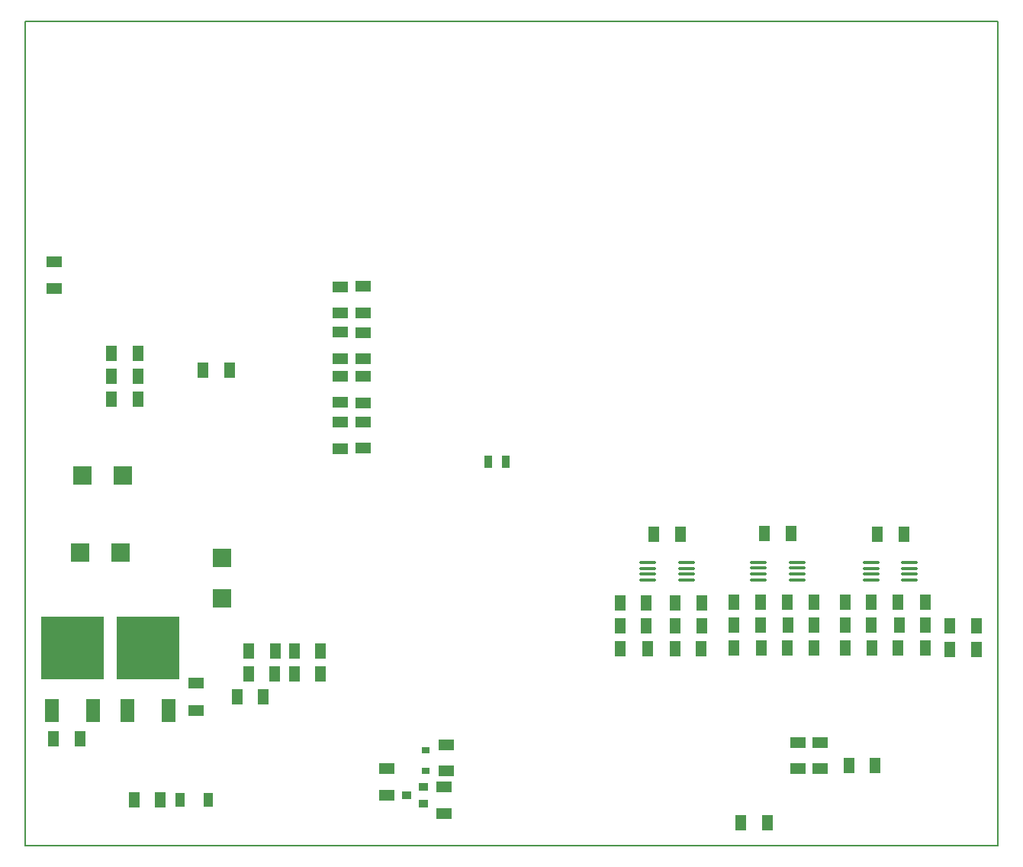
<source format=gbr>
G04 PROTEUS GERBER X2 FILE*
%TF.GenerationSoftware,Labcenter,Proteus,8.7-SP3-Build25561*%
%TF.CreationDate,2021-07-06T20:34:18+00:00*%
%TF.FileFunction,Paste,Bot*%
%TF.FilePolarity,Positive*%
%TF.Part,Single*%
%TF.SameCoordinates,{87e03e06-012a-4b1c-b44b-99ac6d4646d0}*%
%FSLAX45Y45*%
%MOMM*%
G01*
%TA.AperFunction,Material*%
%ADD95R,1.803400X1.143000*%
%TA.AperFunction,Material*%
%ADD92R,6.985000X6.985000*%
%ADD93R,1.524000X2.540000*%
%TA.AperFunction,Material*%
%ADD100R,1.143000X1.803400*%
%AMPPAD074*
4,1,36,
0.901700,-0.025400,
0.901700,0.025400,
0.898160,0.061750,
0.887980,0.095370,
0.871810,0.125600,
0.850300,0.151800,
0.824110,0.173310,
0.793870,0.189480,
0.760250,0.199660,
0.723900,0.203200,
-0.723900,0.203200,
-0.760250,0.199660,
-0.793870,0.189480,
-0.824110,0.173310,
-0.850300,0.151800,
-0.871810,0.125600,
-0.887980,0.095370,
-0.898160,0.061750,
-0.901700,0.025400,
-0.901700,-0.025400,
-0.898160,-0.061750,
-0.887980,-0.095370,
-0.871810,-0.125600,
-0.850300,-0.151800,
-0.824110,-0.173310,
-0.793870,-0.189480,
-0.760250,-0.199660,
-0.723900,-0.203200,
0.723900,-0.203200,
0.760250,-0.199660,
0.793870,-0.189480,
0.824110,-0.173310,
0.850300,-0.151800,
0.871810,-0.125600,
0.887980,-0.095370,
0.898160,-0.061750,
0.901700,-0.025400,
0*%
%TA.AperFunction,Material*%
%ADD84PPAD074*%
%TA.AperFunction,Material*%
%ADD108R,1.016000X1.524000*%
%ADD109R,0.939800X1.447800*%
%TA.AperFunction,Material*%
%ADD105R,1.016000X0.889000*%
%TA.AperFunction,Material*%
%ADD110R,2.108200X2.108200*%
%ADD103R,0.889000X0.635000*%
%TA.AperFunction,Profile*%
%ADD38C,0.203200*%
%TD.AperFunction*%
D95*
X+2413000Y-716000D03*
X+2413000Y-1016000D03*
X+2413000Y-218000D03*
X+2413000Y-508000D03*
X+2667000Y-208000D03*
X+2667000Y-508000D03*
X+2667000Y-726000D03*
X+2667000Y-1016000D03*
D92*
X-553200Y-4224020D03*
D93*
X-324600Y-4914900D03*
X-781800Y-4914900D03*
D92*
X+285000Y-4224020D03*
D93*
X+513600Y-4914900D03*
X+56400Y-4914900D03*
D100*
X+173000Y-1460500D03*
X-127000Y-1460500D03*
X+173000Y-952500D03*
X-127000Y-952500D03*
X+173000Y-1206500D03*
X-127000Y-1206500D03*
X+889000Y-1143000D03*
X+1189000Y-1143000D03*
X-469100Y-5232400D03*
X-769100Y-5232400D03*
D95*
X+818400Y-4914900D03*
X+818400Y-4614900D03*
X+2667000Y-1206500D03*
X+2667000Y-1506500D03*
X+2413000Y-1714500D03*
X+2413000Y-2014500D03*
X+2667000Y-1714500D03*
X+2667000Y-2004500D03*
X+2413000Y-1206500D03*
X+2413000Y-1496500D03*
D84*
X+6259000Y-3273402D03*
X+6259000Y-3338402D03*
X+6259000Y-3403402D03*
X+6259000Y-3468402D03*
X+5829000Y-3468402D03*
X+5829000Y-3403402D03*
X+5829000Y-3338402D03*
X+5829000Y-3273402D03*
X+7486107Y-3273033D03*
X+7486107Y-3338033D03*
X+7486107Y-3403033D03*
X+7486107Y-3468033D03*
X+7056107Y-3468033D03*
X+7056107Y-3403033D03*
X+7056107Y-3338033D03*
X+7056107Y-3273033D03*
X+8735869Y-3274533D03*
X+8735869Y-3339533D03*
X+8735869Y-3404533D03*
X+8735869Y-3469533D03*
X+8305869Y-3469533D03*
X+8305869Y-3404533D03*
X+8305869Y-3339533D03*
X+8305869Y-3274533D03*
D100*
X+6195500Y-2957402D03*
X+5895500Y-2957402D03*
X+7422607Y-2957033D03*
X+7122607Y-2957033D03*
X+8672369Y-2958533D03*
X+8372369Y-2958533D03*
X+6432000Y-3719402D03*
X+6132000Y-3719402D03*
X+7676607Y-3719033D03*
X+7376607Y-3719033D03*
X+8908869Y-3719033D03*
X+8608869Y-3719033D03*
X+6432000Y-3973402D03*
X+6132000Y-3973402D03*
X+5824500Y-4227402D03*
X+5524500Y-4227402D03*
X+5524500Y-3719402D03*
X+5814500Y-3719402D03*
X+6422000Y-4227402D03*
X+6132000Y-4227402D03*
X+5814500Y-3973402D03*
X+5524500Y-3973402D03*
X+6787607Y-3719033D03*
X+7077607Y-3719033D03*
X+7676607Y-3973033D03*
X+7386607Y-3973033D03*
X+7077607Y-3973033D03*
X+6787607Y-3973033D03*
X+8019869Y-3719033D03*
X+8309869Y-3719033D03*
X+8908869Y-3973033D03*
X+8618869Y-3973033D03*
X+8309869Y-3973033D03*
X+8019869Y-3973033D03*
X+7087607Y-4227033D03*
X+6787607Y-4227033D03*
X+7676607Y-4227033D03*
X+7376607Y-4227033D03*
X+8319869Y-4227033D03*
X+8019869Y-4227033D03*
X+8908869Y-4227033D03*
X+8608869Y-4227033D03*
X+7158000Y-6159500D03*
X+6858000Y-6159500D03*
X+1697000Y-4254500D03*
X+1397000Y-4254500D03*
D95*
X-762000Y+63500D03*
X-762000Y-236500D03*
D108*
X+635000Y-5905500D03*
X+949960Y-5905500D03*
D100*
X+8064500Y-5524500D03*
X+8354500Y-5524500D03*
D95*
X+7493000Y-5270500D03*
X+7493000Y-5560500D03*
X+7737500Y-5560500D03*
X+7737500Y-5270500D03*
D100*
X+9184200Y-4241800D03*
X+9474200Y-4241800D03*
X+419100Y-5905500D03*
X+129100Y-5905500D03*
X+1905000Y-4508500D03*
X+2195000Y-4508500D03*
X+1905000Y-4254500D03*
X+2195000Y-4254500D03*
X+1397000Y-4508500D03*
X+1687000Y-4508500D03*
X+1560000Y-4762500D03*
X+1270000Y-4762500D03*
D109*
X+4054500Y-2159000D03*
X+4254500Y-2159000D03*
D95*
X+3589358Y-5587074D03*
X+3589358Y-5297074D03*
X+3568700Y-5767900D03*
X+3568700Y-6057900D03*
X+2933700Y-5854700D03*
X+2933700Y-5564700D03*
D105*
X+3149600Y-5859780D03*
X+3340100Y-5765800D03*
X+3340100Y-5953760D03*
D110*
X-19900Y-3162300D03*
X-469900Y-3162300D03*
X+5500Y-2311400D03*
X-444500Y-2311400D03*
X+1104900Y-3225800D03*
X+1104900Y-3675800D03*
D100*
X+9474200Y-3975100D03*
X+9184200Y-3975100D03*
D103*
X+3365500Y-5588897D03*
X+3365500Y-5353947D03*
D38*
X-1079500Y-6413500D02*
X+9715500Y-6413500D01*
X+9715500Y+2730500D01*
X-1079500Y+2730500D01*
X-1079500Y-6413500D01*
M02*

</source>
